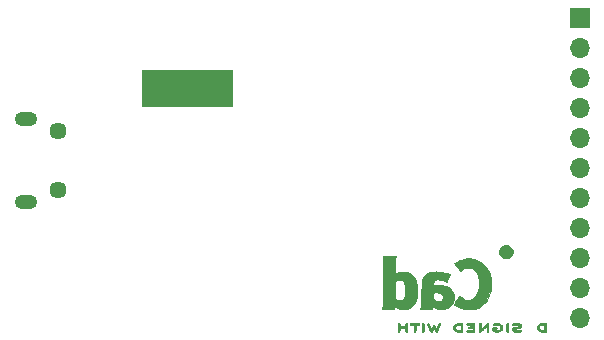
<source format=gbr>
%TF.GenerationSoftware,KiCad,Pcbnew,(5.1.8)-1*%
%TF.CreationDate,2020-12-04T21:04:29+03:00*%
%TF.ProjectId,InterfaceG850,496e7465-7266-4616-9365-473835302e6b,rev?*%
%TF.SameCoordinates,Original*%
%TF.FileFunction,Soldermask,Bot*%
%TF.FilePolarity,Negative*%
%FSLAX46Y46*%
G04 Gerber Fmt 4.6, Leading zero omitted, Abs format (unit mm)*
G04 Created by KiCad (PCBNEW (5.1.8)-1) date 2020-12-04 21:04:29*
%MOMM*%
%LPD*%
G01*
G04 APERTURE LIST*
%ADD10C,0.100000*%
%ADD11C,0.010000*%
%ADD12O,1.700000X1.700000*%
%ADD13R,1.700000X1.700000*%
%ADD14O,1.900000X1.200000*%
%ADD15C,1.450000*%
G04 APERTURE END LIST*
D10*
G36*
X122930920Y-70993000D02*
G01*
X115310920Y-70993000D01*
X115310920Y-67945000D01*
X122930920Y-67945000D01*
X122930920Y-70993000D01*
G37*
X122930920Y-70993000D02*
X115310920Y-70993000D01*
X115310920Y-67945000D01*
X122930920Y-67945000D01*
X122930920Y-70993000D01*
D11*
%TO.C,REF\u002A\u002A*%
G36*
X149360583Y-89360258D02*
G01*
X149321101Y-89360659D01*
X149205412Y-89363451D01*
X149108523Y-89371742D01*
X149027131Y-89386424D01*
X148957935Y-89408385D01*
X148897632Y-89438514D01*
X148842920Y-89477702D01*
X148823379Y-89494724D01*
X148790962Y-89534555D01*
X148761732Y-89588605D01*
X148739203Y-89648515D01*
X148726891Y-89705931D01*
X148725612Y-89727148D01*
X148733629Y-89785961D01*
X148755111Y-89850205D01*
X148786211Y-89911013D01*
X148823078Y-89959522D01*
X148829066Y-89965374D01*
X148879791Y-90006513D01*
X148935337Y-90038627D01*
X148998908Y-90062557D01*
X149073706Y-90079145D01*
X149162934Y-90089233D01*
X149269794Y-90093661D01*
X149318740Y-90094037D01*
X149380974Y-90093737D01*
X149424740Y-90092484D01*
X149454143Y-90089746D01*
X149473291Y-90084993D01*
X149486289Y-90077693D01*
X149493257Y-90071459D01*
X149499838Y-90063886D01*
X149505000Y-90054116D01*
X149508915Y-90039532D01*
X149511755Y-90017518D01*
X149513692Y-89985456D01*
X149514896Y-89940728D01*
X149515540Y-89880718D01*
X149515795Y-89802809D01*
X149515834Y-89727148D01*
X149516082Y-89626233D01*
X149516029Y-89545619D01*
X149515069Y-89507014D01*
X149369079Y-89507014D01*
X149369079Y-89947281D01*
X149275946Y-89947196D01*
X149219905Y-89945588D01*
X149161211Y-89941448D01*
X149112240Y-89935656D01*
X149110750Y-89935418D01*
X149031604Y-89916282D01*
X148970214Y-89886479D01*
X148923517Y-89844070D01*
X148893847Y-89798153D01*
X148875565Y-89747218D01*
X148876983Y-89699392D01*
X148898200Y-89648125D01*
X148939701Y-89595091D01*
X148997210Y-89555792D01*
X149071962Y-89529523D01*
X149121920Y-89520227D01*
X149178628Y-89513699D01*
X149238731Y-89508974D01*
X149289851Y-89507009D01*
X149292879Y-89507000D01*
X149369079Y-89507014D01*
X149515069Y-89507014D01*
X149514472Y-89483043D01*
X149510210Y-89436247D01*
X149502042Y-89402970D01*
X149488768Y-89380951D01*
X149469186Y-89367931D01*
X149442095Y-89361649D01*
X149406294Y-89359845D01*
X149360583Y-89360258D01*
G37*
X149360583Y-89360258D02*
X149321101Y-89360659D01*
X149205412Y-89363451D01*
X149108523Y-89371742D01*
X149027131Y-89386424D01*
X148957935Y-89408385D01*
X148897632Y-89438514D01*
X148842920Y-89477702D01*
X148823379Y-89494724D01*
X148790962Y-89534555D01*
X148761732Y-89588605D01*
X148739203Y-89648515D01*
X148726891Y-89705931D01*
X148725612Y-89727148D01*
X148733629Y-89785961D01*
X148755111Y-89850205D01*
X148786211Y-89911013D01*
X148823078Y-89959522D01*
X148829066Y-89965374D01*
X148879791Y-90006513D01*
X148935337Y-90038627D01*
X148998908Y-90062557D01*
X149073706Y-90079145D01*
X149162934Y-90089233D01*
X149269794Y-90093661D01*
X149318740Y-90094037D01*
X149380974Y-90093737D01*
X149424740Y-90092484D01*
X149454143Y-90089746D01*
X149473291Y-90084993D01*
X149486289Y-90077693D01*
X149493257Y-90071459D01*
X149499838Y-90063886D01*
X149505000Y-90054116D01*
X149508915Y-90039532D01*
X149511755Y-90017518D01*
X149513692Y-89985456D01*
X149514896Y-89940728D01*
X149515540Y-89880718D01*
X149515795Y-89802809D01*
X149515834Y-89727148D01*
X149516082Y-89626233D01*
X149516029Y-89545619D01*
X149515069Y-89507014D01*
X149369079Y-89507014D01*
X149369079Y-89947281D01*
X149275946Y-89947196D01*
X149219905Y-89945588D01*
X149161211Y-89941448D01*
X149112240Y-89935656D01*
X149110750Y-89935418D01*
X149031604Y-89916282D01*
X148970214Y-89886479D01*
X148923517Y-89844070D01*
X148893847Y-89798153D01*
X148875565Y-89747218D01*
X148876983Y-89699392D01*
X148898200Y-89648125D01*
X148939701Y-89595091D01*
X148997210Y-89555792D01*
X149071962Y-89529523D01*
X149121920Y-89520227D01*
X149178628Y-89513699D01*
X149238731Y-89508974D01*
X149289851Y-89507009D01*
X149292879Y-89507000D01*
X149369079Y-89507014D01*
X149515069Y-89507014D01*
X149514472Y-89483043D01*
X149510210Y-89436247D01*
X149502042Y-89402970D01*
X149488768Y-89380951D01*
X149469186Y-89367931D01*
X149442095Y-89361649D01*
X149406294Y-89359845D01*
X149360583Y-89360258D01*
G36*
X146930915Y-89361543D02*
G01*
X146856100Y-89366773D01*
X146786518Y-89374942D01*
X146726214Y-89385742D01*
X146679232Y-89398865D01*
X146649618Y-89414005D01*
X146645072Y-89418461D01*
X146629266Y-89453042D01*
X146634059Y-89488543D01*
X146658576Y-89518917D01*
X146659746Y-89519788D01*
X146674166Y-89529146D01*
X146689220Y-89534068D01*
X146710217Y-89534665D01*
X146742469Y-89531053D01*
X146791285Y-89523346D01*
X146795212Y-89522697D01*
X146867951Y-89513761D01*
X146946429Y-89509353D01*
X147025139Y-89509311D01*
X147098573Y-89513471D01*
X147161223Y-89521671D01*
X147207582Y-89533749D01*
X147210628Y-89534963D01*
X147244260Y-89553807D01*
X147256076Y-89572877D01*
X147246826Y-89591631D01*
X147217259Y-89609529D01*
X147168123Y-89626029D01*
X147100169Y-89640588D01*
X147054857Y-89647598D01*
X146960668Y-89661081D01*
X146885756Y-89673406D01*
X146826929Y-89685641D01*
X146780997Y-89698853D01*
X146744767Y-89714109D01*
X146715050Y-89732477D01*
X146688654Y-89755023D01*
X146667442Y-89777163D01*
X146642277Y-89808011D01*
X146629893Y-89834537D01*
X146626020Y-89867218D01*
X146625879Y-89879187D01*
X146628788Y-89918904D01*
X146640414Y-89948451D01*
X146660535Y-89974678D01*
X146701428Y-90014768D01*
X146747029Y-90045341D01*
X146800725Y-90067395D01*
X146865904Y-90081927D01*
X146945956Y-90089933D01*
X147044269Y-90092410D01*
X147060501Y-90092369D01*
X147126061Y-90091010D01*
X147191078Y-90087922D01*
X147248464Y-90083548D01*
X147291134Y-90078332D01*
X147294584Y-90077733D01*
X147337008Y-90067683D01*
X147372992Y-90054988D01*
X147393362Y-90043382D01*
X147412319Y-90012764D01*
X147413639Y-89977110D01*
X147397297Y-89945336D01*
X147393641Y-89941743D01*
X147378527Y-89931068D01*
X147359627Y-89926468D01*
X147330374Y-89927251D01*
X147294863Y-89931319D01*
X147255182Y-89934954D01*
X147199557Y-89938020D01*
X147134618Y-89940245D01*
X147066997Y-89941356D01*
X147049212Y-89941429D01*
X146981340Y-89941156D01*
X146931666Y-89939838D01*
X146895822Y-89937019D01*
X146869436Y-89932242D01*
X146848138Y-89925049D01*
X146835338Y-89919059D01*
X146807212Y-89902425D01*
X146789280Y-89887360D01*
X146786659Y-89883089D01*
X146792188Y-89865455D01*
X146818472Y-89848384D01*
X146863690Y-89832650D01*
X146926020Y-89819030D01*
X146944383Y-89815996D01*
X147040302Y-89800930D01*
X147116853Y-89788338D01*
X147176992Y-89777303D01*
X147223672Y-89766912D01*
X147259849Y-89756248D01*
X147288477Y-89744397D01*
X147312510Y-89730443D01*
X147334904Y-89713473D01*
X147358614Y-89692570D01*
X147366592Y-89685241D01*
X147394565Y-89657891D01*
X147409372Y-89636221D01*
X147415164Y-89611424D01*
X147416101Y-89580175D01*
X147405787Y-89518897D01*
X147374964Y-89466832D01*
X147323807Y-89424150D01*
X147252495Y-89391017D01*
X147201612Y-89376156D01*
X147146312Y-89366558D01*
X147080065Y-89361128D01*
X147006918Y-89359559D01*
X146930915Y-89361543D01*
G37*
X146930915Y-89361543D02*
X146856100Y-89366773D01*
X146786518Y-89374942D01*
X146726214Y-89385742D01*
X146679232Y-89398865D01*
X146649618Y-89414005D01*
X146645072Y-89418461D01*
X146629266Y-89453042D01*
X146634059Y-89488543D01*
X146658576Y-89518917D01*
X146659746Y-89519788D01*
X146674166Y-89529146D01*
X146689220Y-89534068D01*
X146710217Y-89534665D01*
X146742469Y-89531053D01*
X146791285Y-89523346D01*
X146795212Y-89522697D01*
X146867951Y-89513761D01*
X146946429Y-89509353D01*
X147025139Y-89509311D01*
X147098573Y-89513471D01*
X147161223Y-89521671D01*
X147207582Y-89533749D01*
X147210628Y-89534963D01*
X147244260Y-89553807D01*
X147256076Y-89572877D01*
X147246826Y-89591631D01*
X147217259Y-89609529D01*
X147168123Y-89626029D01*
X147100169Y-89640588D01*
X147054857Y-89647598D01*
X146960668Y-89661081D01*
X146885756Y-89673406D01*
X146826929Y-89685641D01*
X146780997Y-89698853D01*
X146744767Y-89714109D01*
X146715050Y-89732477D01*
X146688654Y-89755023D01*
X146667442Y-89777163D01*
X146642277Y-89808011D01*
X146629893Y-89834537D01*
X146626020Y-89867218D01*
X146625879Y-89879187D01*
X146628788Y-89918904D01*
X146640414Y-89948451D01*
X146660535Y-89974678D01*
X146701428Y-90014768D01*
X146747029Y-90045341D01*
X146800725Y-90067395D01*
X146865904Y-90081927D01*
X146945956Y-90089933D01*
X147044269Y-90092410D01*
X147060501Y-90092369D01*
X147126061Y-90091010D01*
X147191078Y-90087922D01*
X147248464Y-90083548D01*
X147291134Y-90078332D01*
X147294584Y-90077733D01*
X147337008Y-90067683D01*
X147372992Y-90054988D01*
X147393362Y-90043382D01*
X147412319Y-90012764D01*
X147413639Y-89977110D01*
X147397297Y-89945336D01*
X147393641Y-89941743D01*
X147378527Y-89931068D01*
X147359627Y-89926468D01*
X147330374Y-89927251D01*
X147294863Y-89931319D01*
X147255182Y-89934954D01*
X147199557Y-89938020D01*
X147134618Y-89940245D01*
X147066997Y-89941356D01*
X147049212Y-89941429D01*
X146981340Y-89941156D01*
X146931666Y-89939838D01*
X146895822Y-89937019D01*
X146869436Y-89932242D01*
X146848138Y-89925049D01*
X146835338Y-89919059D01*
X146807212Y-89902425D01*
X146789280Y-89887360D01*
X146786659Y-89883089D01*
X146792188Y-89865455D01*
X146818472Y-89848384D01*
X146863690Y-89832650D01*
X146926020Y-89819030D01*
X146944383Y-89815996D01*
X147040302Y-89800930D01*
X147116853Y-89788338D01*
X147176992Y-89777303D01*
X147223672Y-89766912D01*
X147259849Y-89756248D01*
X147288477Y-89744397D01*
X147312510Y-89730443D01*
X147334904Y-89713473D01*
X147358614Y-89692570D01*
X147366592Y-89685241D01*
X147394565Y-89657891D01*
X147409372Y-89636221D01*
X147415164Y-89611424D01*
X147416101Y-89580175D01*
X147405787Y-89518897D01*
X147374964Y-89466832D01*
X147323807Y-89424150D01*
X147252495Y-89391017D01*
X147201612Y-89376156D01*
X147146312Y-89366558D01*
X147080065Y-89361128D01*
X147006918Y-89359559D01*
X146930915Y-89361543D01*
G36*
X146163034Y-89382837D02*
G01*
X146156454Y-89390410D01*
X146151291Y-89400179D01*
X146147376Y-89414763D01*
X146144536Y-89436777D01*
X146142599Y-89468840D01*
X146141395Y-89513567D01*
X146140751Y-89573577D01*
X146140496Y-89651486D01*
X146140457Y-89727148D01*
X146140526Y-89820994D01*
X146140850Y-89894881D01*
X146141598Y-89951424D01*
X146142944Y-89993241D01*
X146145058Y-90022949D01*
X146148112Y-90043165D01*
X146152278Y-90056506D01*
X146157728Y-90065590D01*
X146163034Y-90071459D01*
X146196038Y-90091139D01*
X146231203Y-90089373D01*
X146262667Y-90067909D01*
X146269896Y-90059529D01*
X146275546Y-90049806D01*
X146279811Y-90036053D01*
X146282885Y-90015581D01*
X146284964Y-89985704D01*
X146286242Y-89943733D01*
X146286913Y-89886981D01*
X146287171Y-89812759D01*
X146287212Y-89728729D01*
X146287212Y-89415677D01*
X146259503Y-89387968D01*
X146225349Y-89364655D01*
X146192218Y-89363815D01*
X146163034Y-89382837D01*
G37*
X146163034Y-89382837D02*
X146156454Y-89390410D01*
X146151291Y-89400179D01*
X146147376Y-89414763D01*
X146144536Y-89436777D01*
X146142599Y-89468840D01*
X146141395Y-89513567D01*
X146140751Y-89573577D01*
X146140496Y-89651486D01*
X146140457Y-89727148D01*
X146140526Y-89820994D01*
X146140850Y-89894881D01*
X146141598Y-89951424D01*
X146142944Y-89993241D01*
X146145058Y-90022949D01*
X146148112Y-90043165D01*
X146152278Y-90056506D01*
X146157728Y-90065590D01*
X146163034Y-90071459D01*
X146196038Y-90091139D01*
X146231203Y-90089373D01*
X146262667Y-90067909D01*
X146269896Y-90059529D01*
X146275546Y-90049806D01*
X146279811Y-90036053D01*
X146282885Y-90015581D01*
X146284964Y-89985704D01*
X146286242Y-89943733D01*
X146286913Y-89886981D01*
X146287171Y-89812759D01*
X146287212Y-89728729D01*
X146287212Y-89415677D01*
X146259503Y-89387968D01*
X146225349Y-89364655D01*
X146192218Y-89363815D01*
X146163034Y-89382837D01*
G36*
X145189293Y-89365791D02*
G01*
X145120777Y-89377287D01*
X145068155Y-89395159D01*
X145033920Y-89418691D01*
X145024591Y-89432116D01*
X145015105Y-89463340D01*
X145021489Y-89491587D01*
X145041642Y-89518374D01*
X145072957Y-89530905D01*
X145118395Y-89529888D01*
X145153538Y-89523098D01*
X145231631Y-89510163D01*
X145311438Y-89508934D01*
X145400767Y-89519433D01*
X145425441Y-89523882D01*
X145508503Y-89547300D01*
X145573485Y-89582137D01*
X145619673Y-89627796D01*
X145646357Y-89683686D01*
X145651875Y-89712580D01*
X145648263Y-89771204D01*
X145624941Y-89823071D01*
X145584036Y-89867170D01*
X145527671Y-89902491D01*
X145457972Y-89928021D01*
X145377064Y-89942751D01*
X145287072Y-89945670D01*
X145190122Y-89935767D01*
X145184648Y-89934833D01*
X145146087Y-89927651D01*
X145124706Y-89920713D01*
X145115439Y-89910419D01*
X145113218Y-89893168D01*
X145113168Y-89884033D01*
X145113168Y-89845681D01*
X145181643Y-89845681D01*
X145242112Y-89841539D01*
X145283377Y-89828339D01*
X145307387Y-89804922D01*
X145316089Y-89770128D01*
X145316195Y-89765586D01*
X145311104Y-89735846D01*
X145293645Y-89714611D01*
X145261151Y-89700558D01*
X145210955Y-89692365D01*
X145162335Y-89689353D01*
X145091668Y-89687625D01*
X145040410Y-89690262D01*
X145005451Y-89699992D01*
X144983682Y-89719545D01*
X144971992Y-89751648D01*
X144967272Y-89799030D01*
X144966412Y-89861263D01*
X144967821Y-89930727D01*
X144972060Y-89977978D01*
X144979148Y-90003204D01*
X144980523Y-90005180D01*
X145019440Y-90036700D01*
X145076498Y-90061662D01*
X145148081Y-90079532D01*
X145230570Y-90089778D01*
X145320351Y-90091865D01*
X145413804Y-90085260D01*
X145468768Y-90077148D01*
X145554978Y-90052746D01*
X145635104Y-90012854D01*
X145702189Y-89961079D01*
X145712385Y-89950731D01*
X145745514Y-89907227D01*
X145775406Y-89853310D01*
X145798569Y-89796784D01*
X145811510Y-89745451D01*
X145813070Y-89725736D01*
X145806430Y-89684611D01*
X145788780Y-89633444D01*
X145763509Y-89579586D01*
X145734001Y-89530387D01*
X145707931Y-89497526D01*
X145646977Y-89448644D01*
X145568181Y-89409737D01*
X145474369Y-89381686D01*
X145368362Y-89365371D01*
X145271212Y-89361384D01*
X145189293Y-89365791D01*
G37*
X145189293Y-89365791D02*
X145120777Y-89377287D01*
X145068155Y-89395159D01*
X145033920Y-89418691D01*
X145024591Y-89432116D01*
X145015105Y-89463340D01*
X145021489Y-89491587D01*
X145041642Y-89518374D01*
X145072957Y-89530905D01*
X145118395Y-89529888D01*
X145153538Y-89523098D01*
X145231631Y-89510163D01*
X145311438Y-89508934D01*
X145400767Y-89519433D01*
X145425441Y-89523882D01*
X145508503Y-89547300D01*
X145573485Y-89582137D01*
X145619673Y-89627796D01*
X145646357Y-89683686D01*
X145651875Y-89712580D01*
X145648263Y-89771204D01*
X145624941Y-89823071D01*
X145584036Y-89867170D01*
X145527671Y-89902491D01*
X145457972Y-89928021D01*
X145377064Y-89942751D01*
X145287072Y-89945670D01*
X145190122Y-89935767D01*
X145184648Y-89934833D01*
X145146087Y-89927651D01*
X145124706Y-89920713D01*
X145115439Y-89910419D01*
X145113218Y-89893168D01*
X145113168Y-89884033D01*
X145113168Y-89845681D01*
X145181643Y-89845681D01*
X145242112Y-89841539D01*
X145283377Y-89828339D01*
X145307387Y-89804922D01*
X145316089Y-89770128D01*
X145316195Y-89765586D01*
X145311104Y-89735846D01*
X145293645Y-89714611D01*
X145261151Y-89700558D01*
X145210955Y-89692365D01*
X145162335Y-89689353D01*
X145091668Y-89687625D01*
X145040410Y-89690262D01*
X145005451Y-89699992D01*
X144983682Y-89719545D01*
X144971992Y-89751648D01*
X144967272Y-89799030D01*
X144966412Y-89861263D01*
X144967821Y-89930727D01*
X144972060Y-89977978D01*
X144979148Y-90003204D01*
X144980523Y-90005180D01*
X145019440Y-90036700D01*
X145076498Y-90061662D01*
X145148081Y-90079532D01*
X145230570Y-90089778D01*
X145320351Y-90091865D01*
X145413804Y-90085260D01*
X145468768Y-90077148D01*
X145554978Y-90052746D01*
X145635104Y-90012854D01*
X145702189Y-89961079D01*
X145712385Y-89950731D01*
X145745514Y-89907227D01*
X145775406Y-89853310D01*
X145798569Y-89796784D01*
X145811510Y-89745451D01*
X145813070Y-89725736D01*
X145806430Y-89684611D01*
X145788780Y-89633444D01*
X145763509Y-89579586D01*
X145734001Y-89530387D01*
X145707931Y-89497526D01*
X145646977Y-89448644D01*
X145568181Y-89409737D01*
X145474369Y-89381686D01*
X145368362Y-89365371D01*
X145271212Y-89361384D01*
X145189293Y-89365791D01*
G36*
X144539326Y-89364640D02*
G01*
X144515760Y-89378465D01*
X144484947Y-89401073D01*
X144445290Y-89433530D01*
X144395192Y-89476900D01*
X144333055Y-89532250D01*
X144257284Y-89600643D01*
X144170546Y-89679276D01*
X143989923Y-89843070D01*
X143984279Y-89623221D01*
X143982241Y-89547543D01*
X143980275Y-89491186D01*
X143977946Y-89450898D01*
X143974818Y-89423427D01*
X143970457Y-89405521D01*
X143964428Y-89393929D01*
X143956296Y-89385400D01*
X143951984Y-89381815D01*
X143917453Y-89362862D01*
X143884595Y-89365633D01*
X143858530Y-89381825D01*
X143831879Y-89403391D01*
X143828564Y-89718343D01*
X143827647Y-89810971D01*
X143827180Y-89883736D01*
X143827325Y-89939353D01*
X143828244Y-89980534D01*
X143830099Y-90009995D01*
X143833051Y-90030447D01*
X143837262Y-90044605D01*
X143842894Y-90055183D01*
X143849139Y-90063666D01*
X143862651Y-90079399D01*
X143876095Y-90089828D01*
X143891336Y-90093831D01*
X143910238Y-90090286D01*
X143934667Y-90078071D01*
X143966485Y-90056063D01*
X144007560Y-90023141D01*
X144059754Y-89978183D01*
X144124934Y-89920067D01*
X144198768Y-89853291D01*
X144464057Y-89612650D01*
X144469701Y-89831781D01*
X144471743Y-89907320D01*
X144473714Y-89963546D01*
X144476051Y-90003716D01*
X144479193Y-90031088D01*
X144483576Y-90048920D01*
X144489636Y-90060471D01*
X144497812Y-90068999D01*
X144501996Y-90072474D01*
X144538977Y-90091564D01*
X144573920Y-90088685D01*
X144604348Y-90064292D01*
X144611309Y-90054478D01*
X144616735Y-90043018D01*
X144620815Y-90027160D01*
X144623741Y-90004155D01*
X144625704Y-89971254D01*
X144626895Y-89925708D01*
X144627504Y-89864765D01*
X144627723Y-89785678D01*
X144627746Y-89727148D01*
X144627672Y-89635599D01*
X144627325Y-89563879D01*
X144626513Y-89509237D01*
X144625045Y-89468924D01*
X144622731Y-89440190D01*
X144619379Y-89420285D01*
X144614800Y-89406460D01*
X144608801Y-89395964D01*
X144604348Y-89390003D01*
X144593062Y-89375883D01*
X144582513Y-89365221D01*
X144571105Y-89359084D01*
X144557242Y-89358535D01*
X144539326Y-89364640D01*
G37*
X144539326Y-89364640D02*
X144515760Y-89378465D01*
X144484947Y-89401073D01*
X144445290Y-89433530D01*
X144395192Y-89476900D01*
X144333055Y-89532250D01*
X144257284Y-89600643D01*
X144170546Y-89679276D01*
X143989923Y-89843070D01*
X143984279Y-89623221D01*
X143982241Y-89547543D01*
X143980275Y-89491186D01*
X143977946Y-89450898D01*
X143974818Y-89423427D01*
X143970457Y-89405521D01*
X143964428Y-89393929D01*
X143956296Y-89385400D01*
X143951984Y-89381815D01*
X143917453Y-89362862D01*
X143884595Y-89365633D01*
X143858530Y-89381825D01*
X143831879Y-89403391D01*
X143828564Y-89718343D01*
X143827647Y-89810971D01*
X143827180Y-89883736D01*
X143827325Y-89939353D01*
X143828244Y-89980534D01*
X143830099Y-90009995D01*
X143833051Y-90030447D01*
X143837262Y-90044605D01*
X143842894Y-90055183D01*
X143849139Y-90063666D01*
X143862651Y-90079399D01*
X143876095Y-90089828D01*
X143891336Y-90093831D01*
X143910238Y-90090286D01*
X143934667Y-90078071D01*
X143966485Y-90056063D01*
X144007560Y-90023141D01*
X144059754Y-89978183D01*
X144124934Y-89920067D01*
X144198768Y-89853291D01*
X144464057Y-89612650D01*
X144469701Y-89831781D01*
X144471743Y-89907320D01*
X144473714Y-89963546D01*
X144476051Y-90003716D01*
X144479193Y-90031088D01*
X144483576Y-90048920D01*
X144489636Y-90060471D01*
X144497812Y-90068999D01*
X144501996Y-90072474D01*
X144538977Y-90091564D01*
X144573920Y-90088685D01*
X144604348Y-90064292D01*
X144611309Y-90054478D01*
X144616735Y-90043018D01*
X144620815Y-90027160D01*
X144623741Y-90004155D01*
X144625704Y-89971254D01*
X144626895Y-89925708D01*
X144627504Y-89864765D01*
X144627723Y-89785678D01*
X144627746Y-89727148D01*
X144627672Y-89635599D01*
X144627325Y-89563879D01*
X144626513Y-89509237D01*
X144625045Y-89468924D01*
X144622731Y-89440190D01*
X144619379Y-89420285D01*
X144614800Y-89406460D01*
X144608801Y-89395964D01*
X144604348Y-89390003D01*
X144593062Y-89375883D01*
X144582513Y-89365221D01*
X144571105Y-89359084D01*
X144557242Y-89358535D01*
X144539326Y-89364640D01*
G36*
X143008869Y-89360452D02*
G01*
X142932511Y-89361366D01*
X142873995Y-89363503D01*
X142830957Y-89367367D01*
X142801029Y-89373459D01*
X142781844Y-89382282D01*
X142771036Y-89394338D01*
X142766239Y-89410131D01*
X142765085Y-89430162D01*
X142765079Y-89432527D01*
X142766081Y-89455184D01*
X142770816Y-89472695D01*
X142781879Y-89485766D01*
X142801864Y-89495105D01*
X142833366Y-89501419D01*
X142878980Y-89505414D01*
X142941299Y-89507798D01*
X143022919Y-89509278D01*
X143047935Y-89509606D01*
X143290012Y-89512659D01*
X143293398Y-89577570D01*
X143296783Y-89642481D01*
X143128636Y-89642481D01*
X143062946Y-89642723D01*
X143016040Y-89643748D01*
X142984129Y-89646003D01*
X142963421Y-89649934D01*
X142950128Y-89655990D01*
X142940457Y-89664616D01*
X142940395Y-89664685D01*
X142922856Y-89698304D01*
X142923490Y-89734640D01*
X142941898Y-89765615D01*
X142945541Y-89768799D01*
X142958471Y-89777004D01*
X142976188Y-89782713D01*
X143002642Y-89786354D01*
X143041780Y-89788359D01*
X143097550Y-89789156D01*
X143133218Y-89789237D01*
X143295657Y-89789237D01*
X143295657Y-89947281D01*
X143049051Y-89947281D01*
X142967632Y-89947423D01*
X142905802Y-89948006D01*
X142860575Y-89949260D01*
X142828964Y-89951419D01*
X142807981Y-89954715D01*
X142794639Y-89959381D01*
X142785951Y-89965649D01*
X142783762Y-89967925D01*
X142767598Y-89999472D01*
X142766415Y-90035360D01*
X142779676Y-90066477D01*
X142790169Y-90076463D01*
X142801083Y-90081961D01*
X142817995Y-90086214D01*
X142843579Y-90089372D01*
X142880511Y-90091584D01*
X142931466Y-90092998D01*
X142999118Y-90093764D01*
X143086143Y-90094030D01*
X143105818Y-90094037D01*
X143194301Y-90093979D01*
X143262985Y-90093659D01*
X143314648Y-90092859D01*
X143352067Y-90091359D01*
X143378022Y-90088941D01*
X143395290Y-90085386D01*
X143406650Y-90080474D01*
X143414880Y-90073987D01*
X143419395Y-90069330D01*
X143426191Y-90061081D01*
X143431500Y-90050861D01*
X143435506Y-90035992D01*
X143438391Y-90013794D01*
X143440338Y-89981585D01*
X143441531Y-89936688D01*
X143442151Y-89876420D01*
X143442383Y-89798103D01*
X143442412Y-89732186D01*
X143442341Y-89639820D01*
X143442004Y-89567309D01*
X143441214Y-89511929D01*
X143439786Y-89470957D01*
X143437533Y-89441670D01*
X143434269Y-89421345D01*
X143429808Y-89407258D01*
X143423964Y-89396687D01*
X143419015Y-89390003D01*
X143395618Y-89360259D01*
X143105438Y-89360259D01*
X143008869Y-89360452D01*
G37*
X143008869Y-89360452D02*
X142932511Y-89361366D01*
X142873995Y-89363503D01*
X142830957Y-89367367D01*
X142801029Y-89373459D01*
X142781844Y-89382282D01*
X142771036Y-89394338D01*
X142766239Y-89410131D01*
X142765085Y-89430162D01*
X142765079Y-89432527D01*
X142766081Y-89455184D01*
X142770816Y-89472695D01*
X142781879Y-89485766D01*
X142801864Y-89495105D01*
X142833366Y-89501419D01*
X142878980Y-89505414D01*
X142941299Y-89507798D01*
X143022919Y-89509278D01*
X143047935Y-89509606D01*
X143290012Y-89512659D01*
X143293398Y-89577570D01*
X143296783Y-89642481D01*
X143128636Y-89642481D01*
X143062946Y-89642723D01*
X143016040Y-89643748D01*
X142984129Y-89646003D01*
X142963421Y-89649934D01*
X142950128Y-89655990D01*
X142940457Y-89664616D01*
X142940395Y-89664685D01*
X142922856Y-89698304D01*
X142923490Y-89734640D01*
X142941898Y-89765615D01*
X142945541Y-89768799D01*
X142958471Y-89777004D01*
X142976188Y-89782713D01*
X143002642Y-89786354D01*
X143041780Y-89788359D01*
X143097550Y-89789156D01*
X143133218Y-89789237D01*
X143295657Y-89789237D01*
X143295657Y-89947281D01*
X143049051Y-89947281D01*
X142967632Y-89947423D01*
X142905802Y-89948006D01*
X142860575Y-89949260D01*
X142828964Y-89951419D01*
X142807981Y-89954715D01*
X142794639Y-89959381D01*
X142785951Y-89965649D01*
X142783762Y-89967925D01*
X142767598Y-89999472D01*
X142766415Y-90035360D01*
X142779676Y-90066477D01*
X142790169Y-90076463D01*
X142801083Y-90081961D01*
X142817995Y-90086214D01*
X142843579Y-90089372D01*
X142880511Y-90091584D01*
X142931466Y-90092998D01*
X142999118Y-90093764D01*
X143086143Y-90094030D01*
X143105818Y-90094037D01*
X143194301Y-90093979D01*
X143262985Y-90093659D01*
X143314648Y-90092859D01*
X143352067Y-90091359D01*
X143378022Y-90088941D01*
X143395290Y-90085386D01*
X143406650Y-90080474D01*
X143414880Y-90073987D01*
X143419395Y-90069330D01*
X143426191Y-90061081D01*
X143431500Y-90050861D01*
X143435506Y-90035992D01*
X143438391Y-90013794D01*
X143440338Y-89981585D01*
X143441531Y-89936688D01*
X143442151Y-89876420D01*
X143442383Y-89798103D01*
X143442412Y-89732186D01*
X143442341Y-89639820D01*
X143442004Y-89567309D01*
X143441214Y-89511929D01*
X143439786Y-89470957D01*
X143437533Y-89441670D01*
X143434269Y-89421345D01*
X143429808Y-89407258D01*
X143423964Y-89396687D01*
X143419015Y-89390003D01*
X143395618Y-89360259D01*
X143105438Y-89360259D01*
X143008869Y-89360452D01*
G36*
X142220903Y-89360467D02*
G01*
X142091924Y-89364828D01*
X141982221Y-89378053D01*
X141889986Y-89400933D01*
X141813410Y-89434262D01*
X141750685Y-89478830D01*
X141700000Y-89535428D01*
X141659549Y-89604850D01*
X141658753Y-89606543D01*
X141634611Y-89668675D01*
X141626009Y-89723701D01*
X141632981Y-89779079D01*
X141655558Y-89842265D01*
X141659840Y-89851881D01*
X141689040Y-89908158D01*
X141721856Y-89951643D01*
X141764210Y-89988609D01*
X141822022Y-90025327D01*
X141825381Y-90027244D01*
X141875708Y-90051419D01*
X141932591Y-90069474D01*
X141999685Y-90082031D01*
X142080647Y-90089714D01*
X142179130Y-90093145D01*
X142213926Y-90093443D01*
X142379618Y-90094037D01*
X142403015Y-90064292D01*
X142409955Y-90054511D01*
X142415370Y-90043089D01*
X142419447Y-90027287D01*
X142422375Y-90004367D01*
X142424345Y-89971588D01*
X142424987Y-89947281D01*
X142268368Y-89947281D01*
X142174486Y-89947281D01*
X142119548Y-89945675D01*
X142063152Y-89941447D01*
X142016867Y-89935484D01*
X142014073Y-89934982D01*
X141931864Y-89912928D01*
X141868098Y-89879792D01*
X141820760Y-89834039D01*
X141787830Y-89774131D01*
X141782104Y-89758253D01*
X141776491Y-89733525D01*
X141778921Y-89709094D01*
X141790745Y-89676592D01*
X141797872Y-89660626D01*
X141821212Y-89618198D01*
X141849332Y-89588432D01*
X141880272Y-89567703D01*
X141942246Y-89540729D01*
X142021561Y-89521190D01*
X142113959Y-89509938D01*
X142180879Y-89507462D01*
X142268368Y-89507014D01*
X142268368Y-89947281D01*
X142424987Y-89947281D01*
X142425544Y-89926213D01*
X142426162Y-89865503D01*
X142426387Y-89786718D01*
X142426412Y-89725112D01*
X142426412Y-89415677D01*
X142398703Y-89387968D01*
X142386406Y-89376736D01*
X142373109Y-89369045D01*
X142354540Y-89364232D01*
X142326426Y-89361638D01*
X142284495Y-89360602D01*
X142224475Y-89360462D01*
X142220903Y-89360467D01*
G37*
X142220903Y-89360467D02*
X142091924Y-89364828D01*
X141982221Y-89378053D01*
X141889986Y-89400933D01*
X141813410Y-89434262D01*
X141750685Y-89478830D01*
X141700000Y-89535428D01*
X141659549Y-89604850D01*
X141658753Y-89606543D01*
X141634611Y-89668675D01*
X141626009Y-89723701D01*
X141632981Y-89779079D01*
X141655558Y-89842265D01*
X141659840Y-89851881D01*
X141689040Y-89908158D01*
X141721856Y-89951643D01*
X141764210Y-89988609D01*
X141822022Y-90025327D01*
X141825381Y-90027244D01*
X141875708Y-90051419D01*
X141932591Y-90069474D01*
X141999685Y-90082031D01*
X142080647Y-90089714D01*
X142179130Y-90093145D01*
X142213926Y-90093443D01*
X142379618Y-90094037D01*
X142403015Y-90064292D01*
X142409955Y-90054511D01*
X142415370Y-90043089D01*
X142419447Y-90027287D01*
X142422375Y-90004367D01*
X142424345Y-89971588D01*
X142424987Y-89947281D01*
X142268368Y-89947281D01*
X142174486Y-89947281D01*
X142119548Y-89945675D01*
X142063152Y-89941447D01*
X142016867Y-89935484D01*
X142014073Y-89934982D01*
X141931864Y-89912928D01*
X141868098Y-89879792D01*
X141820760Y-89834039D01*
X141787830Y-89774131D01*
X141782104Y-89758253D01*
X141776491Y-89733525D01*
X141778921Y-89709094D01*
X141790745Y-89676592D01*
X141797872Y-89660626D01*
X141821212Y-89618198D01*
X141849332Y-89588432D01*
X141880272Y-89567703D01*
X141942246Y-89540729D01*
X142021561Y-89521190D01*
X142113959Y-89509938D01*
X142180879Y-89507462D01*
X142268368Y-89507014D01*
X142268368Y-89947281D01*
X142424987Y-89947281D01*
X142425544Y-89926213D01*
X142426162Y-89865503D01*
X142426387Y-89786718D01*
X142426412Y-89725112D01*
X142426412Y-89415677D01*
X142398703Y-89387968D01*
X142386406Y-89376736D01*
X142373109Y-89369045D01*
X142354540Y-89364232D01*
X142326426Y-89361638D01*
X142284495Y-89360602D01*
X142224475Y-89360462D01*
X142220903Y-89360467D01*
G36*
X139494547Y-89362226D02*
G01*
X139474957Y-89369227D01*
X139474202Y-89369569D01*
X139447599Y-89389870D01*
X139432942Y-89410753D01*
X139430074Y-89420544D01*
X139430216Y-89433553D01*
X139434251Y-89452087D01*
X139443066Y-89478449D01*
X139457543Y-89514944D01*
X139478567Y-89563879D01*
X139507024Y-89627557D01*
X139543797Y-89708285D01*
X139564037Y-89752408D01*
X139600587Y-89831177D01*
X139634897Y-89903615D01*
X139665660Y-89967072D01*
X139691564Y-90018900D01*
X139711302Y-90056451D01*
X139723562Y-90077076D01*
X139725988Y-90079925D01*
X139757029Y-90092494D01*
X139792091Y-90090811D01*
X139820212Y-90075524D01*
X139821358Y-90074281D01*
X139832544Y-90057346D01*
X139851308Y-90024362D01*
X139875337Y-89979572D01*
X139902315Y-89927224D01*
X139912011Y-89907934D01*
X139985198Y-89761342D01*
X140064972Y-89920585D01*
X140093445Y-89975607D01*
X140119862Y-90023324D01*
X140142064Y-90060085D01*
X140157893Y-90082236D01*
X140163258Y-90086933D01*
X140204955Y-90093294D01*
X140239363Y-90079925D01*
X140249484Y-90065638D01*
X140266998Y-90033884D01*
X140290477Y-89987789D01*
X140318492Y-89930477D01*
X140349613Y-89865072D01*
X140382413Y-89794699D01*
X140415462Y-89722483D01*
X140447331Y-89651547D01*
X140476593Y-89585017D01*
X140501817Y-89526018D01*
X140521576Y-89477673D01*
X140534440Y-89443107D01*
X140538981Y-89425445D01*
X140538935Y-89424805D01*
X140527886Y-89402580D01*
X140505802Y-89379945D01*
X140504502Y-89378960D01*
X140477359Y-89363617D01*
X140452254Y-89363766D01*
X140442844Y-89366658D01*
X140431378Y-89372910D01*
X140419202Y-89385206D01*
X140404855Y-89406100D01*
X140386876Y-89438141D01*
X140363805Y-89483880D01*
X140334182Y-89545869D01*
X140307467Y-89603090D01*
X140276732Y-89669418D01*
X140249191Y-89729066D01*
X140226274Y-89778917D01*
X140209414Y-89815856D01*
X140200039Y-89836765D01*
X140198672Y-89840037D01*
X140192523Y-89834689D01*
X140178390Y-89812301D01*
X140158155Y-89776138D01*
X140133697Y-89729469D01*
X140123964Y-89710214D01*
X140090995Y-89645196D01*
X140065569Y-89597846D01*
X140045600Y-89565411D01*
X140029002Y-89545138D01*
X140013688Y-89534274D01*
X139997572Y-89530067D01*
X139987069Y-89529592D01*
X139968542Y-89531234D01*
X139952308Y-89538023D01*
X139936177Y-89552758D01*
X139917961Y-89578236D01*
X139895473Y-89617253D01*
X139866523Y-89672606D01*
X139850550Y-89704095D01*
X139824642Y-89754279D01*
X139802045Y-89795896D01*
X139784754Y-89825434D01*
X139774762Y-89839381D01*
X139773403Y-89839962D01*
X139766951Y-89828985D01*
X139752504Y-89800482D01*
X139731509Y-89757436D01*
X139705415Y-89702830D01*
X139675666Y-89639646D01*
X139661032Y-89608263D01*
X139622962Y-89527270D01*
X139592307Y-89464948D01*
X139567475Y-89419263D01*
X139546875Y-89388181D01*
X139528914Y-89369670D01*
X139512002Y-89361696D01*
X139494547Y-89362226D01*
G37*
X139494547Y-89362226D02*
X139474957Y-89369227D01*
X139474202Y-89369569D01*
X139447599Y-89389870D01*
X139432942Y-89410753D01*
X139430074Y-89420544D01*
X139430216Y-89433553D01*
X139434251Y-89452087D01*
X139443066Y-89478449D01*
X139457543Y-89514944D01*
X139478567Y-89563879D01*
X139507024Y-89627557D01*
X139543797Y-89708285D01*
X139564037Y-89752408D01*
X139600587Y-89831177D01*
X139634897Y-89903615D01*
X139665660Y-89967072D01*
X139691564Y-90018900D01*
X139711302Y-90056451D01*
X139723562Y-90077076D01*
X139725988Y-90079925D01*
X139757029Y-90092494D01*
X139792091Y-90090811D01*
X139820212Y-90075524D01*
X139821358Y-90074281D01*
X139832544Y-90057346D01*
X139851308Y-90024362D01*
X139875337Y-89979572D01*
X139902315Y-89927224D01*
X139912011Y-89907934D01*
X139985198Y-89761342D01*
X140064972Y-89920585D01*
X140093445Y-89975607D01*
X140119862Y-90023324D01*
X140142064Y-90060085D01*
X140157893Y-90082236D01*
X140163258Y-90086933D01*
X140204955Y-90093294D01*
X140239363Y-90079925D01*
X140249484Y-90065638D01*
X140266998Y-90033884D01*
X140290477Y-89987789D01*
X140318492Y-89930477D01*
X140349613Y-89865072D01*
X140382413Y-89794699D01*
X140415462Y-89722483D01*
X140447331Y-89651547D01*
X140476593Y-89585017D01*
X140501817Y-89526018D01*
X140521576Y-89477673D01*
X140534440Y-89443107D01*
X140538981Y-89425445D01*
X140538935Y-89424805D01*
X140527886Y-89402580D01*
X140505802Y-89379945D01*
X140504502Y-89378960D01*
X140477359Y-89363617D01*
X140452254Y-89363766D01*
X140442844Y-89366658D01*
X140431378Y-89372910D01*
X140419202Y-89385206D01*
X140404855Y-89406100D01*
X140386876Y-89438141D01*
X140363805Y-89483880D01*
X140334182Y-89545869D01*
X140307467Y-89603090D01*
X140276732Y-89669418D01*
X140249191Y-89729066D01*
X140226274Y-89778917D01*
X140209414Y-89815856D01*
X140200039Y-89836765D01*
X140198672Y-89840037D01*
X140192523Y-89834689D01*
X140178390Y-89812301D01*
X140158155Y-89776138D01*
X140133697Y-89729469D01*
X140123964Y-89710214D01*
X140090995Y-89645196D01*
X140065569Y-89597846D01*
X140045600Y-89565411D01*
X140029002Y-89545138D01*
X140013688Y-89534274D01*
X139997572Y-89530067D01*
X139987069Y-89529592D01*
X139968542Y-89531234D01*
X139952308Y-89538023D01*
X139936177Y-89552758D01*
X139917961Y-89578236D01*
X139895473Y-89617253D01*
X139866523Y-89672606D01*
X139850550Y-89704095D01*
X139824642Y-89754279D01*
X139802045Y-89795896D01*
X139784754Y-89825434D01*
X139774762Y-89839381D01*
X139773403Y-89839962D01*
X139766951Y-89828985D01*
X139752504Y-89800482D01*
X139731509Y-89757436D01*
X139705415Y-89702830D01*
X139675666Y-89639646D01*
X139661032Y-89608263D01*
X139622962Y-89527270D01*
X139592307Y-89464948D01*
X139567475Y-89419263D01*
X139546875Y-89388181D01*
X139528914Y-89369670D01*
X139512002Y-89361696D01*
X139494547Y-89362226D01*
G36*
X139050598Y-89367069D02*
G01*
X139026885Y-89381839D01*
X139000234Y-89403419D01*
X139000234Y-89724965D01*
X139000319Y-89819022D01*
X139000683Y-89893124D01*
X139001488Y-89949896D01*
X139002899Y-89991960D01*
X139005079Y-90021940D01*
X139008191Y-90042459D01*
X139012398Y-90056141D01*
X139017864Y-90065608D01*
X139021740Y-90070274D01*
X139053178Y-90090767D01*
X139088979Y-90089931D01*
X139120339Y-90072456D01*
X139146990Y-90050876D01*
X139146990Y-89403419D01*
X139120339Y-89381839D01*
X139094618Y-89366141D01*
X139073612Y-89360259D01*
X139050598Y-89367069D01*
G37*
X139050598Y-89367069D02*
X139026885Y-89381839D01*
X139000234Y-89403419D01*
X139000234Y-89724965D01*
X139000319Y-89819022D01*
X139000683Y-89893124D01*
X139001488Y-89949896D01*
X139002899Y-89991960D01*
X139005079Y-90021940D01*
X139008191Y-90042459D01*
X139012398Y-90056141D01*
X139017864Y-90065608D01*
X139021740Y-90070274D01*
X139053178Y-90090767D01*
X139088979Y-90089931D01*
X139120339Y-90072456D01*
X139146990Y-90050876D01*
X139146990Y-89403419D01*
X139120339Y-89381839D01*
X139094618Y-89366141D01*
X139073612Y-89360259D01*
X139050598Y-89367069D01*
G36*
X138276147Y-89360355D02*
G01*
X138197440Y-89360734D01*
X138136349Y-89361525D01*
X138090395Y-89362862D01*
X138057098Y-89364875D01*
X138033976Y-89367698D01*
X138018550Y-89371461D01*
X138008341Y-89376297D01*
X138003399Y-89380014D01*
X137977755Y-89412550D01*
X137974653Y-89446330D01*
X137990501Y-89477018D01*
X138000864Y-89489281D01*
X138012016Y-89497642D01*
X138028177Y-89502849D01*
X138053570Y-89505649D01*
X138092414Y-89506788D01*
X138148932Y-89507013D01*
X138160032Y-89507014D01*
X138305968Y-89507014D01*
X138305968Y-89777948D01*
X138306064Y-89863346D01*
X138306501Y-89929056D01*
X138307500Y-89977966D01*
X138309284Y-90012965D01*
X138312075Y-90036941D01*
X138316095Y-90052785D01*
X138321567Y-90063383D01*
X138328546Y-90071459D01*
X138361478Y-90091304D01*
X138395858Y-90089740D01*
X138427036Y-90067098D01*
X138429326Y-90064292D01*
X138436783Y-90053684D01*
X138442465Y-90041273D01*
X138446611Y-90024042D01*
X138449462Y-89998976D01*
X138451258Y-89963059D01*
X138452240Y-89913275D01*
X138452648Y-89846609D01*
X138452723Y-89770781D01*
X138452723Y-89507014D01*
X138592085Y-89507014D01*
X138651890Y-89506610D01*
X138693294Y-89505032D01*
X138720464Y-89501739D01*
X138737566Y-89496184D01*
X138748769Y-89487823D01*
X138750129Y-89486370D01*
X138766487Y-89453131D01*
X138765040Y-89415554D01*
X138746234Y-89382837D01*
X138738962Y-89376490D01*
X138729585Y-89371458D01*
X138715603Y-89367588D01*
X138694516Y-89364729D01*
X138663823Y-89362727D01*
X138621023Y-89361431D01*
X138563617Y-89360690D01*
X138489102Y-89360350D01*
X138394979Y-89360260D01*
X138374952Y-89360259D01*
X138276147Y-89360355D01*
G37*
X138276147Y-89360355D02*
X138197440Y-89360734D01*
X138136349Y-89361525D01*
X138090395Y-89362862D01*
X138057098Y-89364875D01*
X138033976Y-89367698D01*
X138018550Y-89371461D01*
X138008341Y-89376297D01*
X138003399Y-89380014D01*
X137977755Y-89412550D01*
X137974653Y-89446330D01*
X137990501Y-89477018D01*
X138000864Y-89489281D01*
X138012016Y-89497642D01*
X138028177Y-89502849D01*
X138053570Y-89505649D01*
X138092414Y-89506788D01*
X138148932Y-89507013D01*
X138160032Y-89507014D01*
X138305968Y-89507014D01*
X138305968Y-89777948D01*
X138306064Y-89863346D01*
X138306501Y-89929056D01*
X138307500Y-89977966D01*
X138309284Y-90012965D01*
X138312075Y-90036941D01*
X138316095Y-90052785D01*
X138321567Y-90063383D01*
X138328546Y-90071459D01*
X138361478Y-90091304D01*
X138395858Y-90089740D01*
X138427036Y-90067098D01*
X138429326Y-90064292D01*
X138436783Y-90053684D01*
X138442465Y-90041273D01*
X138446611Y-90024042D01*
X138449462Y-89998976D01*
X138451258Y-89963059D01*
X138452240Y-89913275D01*
X138452648Y-89846609D01*
X138452723Y-89770781D01*
X138452723Y-89507014D01*
X138592085Y-89507014D01*
X138651890Y-89506610D01*
X138693294Y-89505032D01*
X138720464Y-89501739D01*
X138737566Y-89496184D01*
X138748769Y-89487823D01*
X138750129Y-89486370D01*
X138766487Y-89453131D01*
X138765040Y-89415554D01*
X138746234Y-89382837D01*
X138738962Y-89376490D01*
X138729585Y-89371458D01*
X138715603Y-89367588D01*
X138694516Y-89364729D01*
X138663823Y-89362727D01*
X138621023Y-89361431D01*
X138563617Y-89360690D01*
X138489102Y-89360350D01*
X138394979Y-89360260D01*
X138374952Y-89360259D01*
X138276147Y-89360355D01*
G36*
X137010389Y-89365725D02*
G01*
X136979010Y-89387968D01*
X136951301Y-89415677D01*
X136951301Y-89725112D01*
X136951374Y-89816991D01*
X136951717Y-89889032D01*
X136952520Y-89943972D01*
X136953971Y-89984552D01*
X136956260Y-90013509D01*
X136959576Y-90033583D01*
X136964107Y-90047513D01*
X136970043Y-90058037D01*
X136974698Y-90064292D01*
X137005429Y-90088865D01*
X137040716Y-90091533D01*
X137072967Y-90076463D01*
X137083624Y-90067566D01*
X137090748Y-90055749D01*
X137095045Y-90036718D01*
X137097221Y-90006184D01*
X137097984Y-89959854D01*
X137098057Y-89924063D01*
X137098057Y-89789237D01*
X137594768Y-89789237D01*
X137594768Y-89911892D01*
X137595281Y-89967979D01*
X137597336Y-90006525D01*
X137601704Y-90032553D01*
X137609156Y-90051089D01*
X137618165Y-90064292D01*
X137649068Y-90088796D01*
X137684016Y-90091698D01*
X137717474Y-90074281D01*
X137726608Y-90065151D01*
X137733060Y-90053047D01*
X137737315Y-90034193D01*
X137739860Y-90004812D01*
X137741183Y-89961129D01*
X137741769Y-89899367D01*
X137741837Y-89885192D01*
X137742321Y-89768823D01*
X137742571Y-89672919D01*
X137742489Y-89595369D01*
X137741981Y-89534061D01*
X137740950Y-89486882D01*
X137739299Y-89451722D01*
X137736933Y-89426468D01*
X137733755Y-89409009D01*
X137729668Y-89397233D01*
X137724578Y-89389027D01*
X137718946Y-89382837D01*
X137687084Y-89363036D01*
X137653855Y-89365725D01*
X137622477Y-89387968D01*
X137609779Y-89402318D01*
X137601686Y-89418170D01*
X137597170Y-89440746D01*
X137595206Y-89475270D01*
X137594768Y-89526968D01*
X137594768Y-89642481D01*
X137098057Y-89642481D01*
X137098057Y-89523948D01*
X137097550Y-89469340D01*
X137095514Y-89432467D01*
X137091177Y-89408499D01*
X137083765Y-89392607D01*
X137075479Y-89382837D01*
X137043618Y-89363036D01*
X137010389Y-89365725D01*
G37*
X137010389Y-89365725D02*
X136979010Y-89387968D01*
X136951301Y-89415677D01*
X136951301Y-89725112D01*
X136951374Y-89816991D01*
X136951717Y-89889032D01*
X136952520Y-89943972D01*
X136953971Y-89984552D01*
X136956260Y-90013509D01*
X136959576Y-90033583D01*
X136964107Y-90047513D01*
X136970043Y-90058037D01*
X136974698Y-90064292D01*
X137005429Y-90088865D01*
X137040716Y-90091533D01*
X137072967Y-90076463D01*
X137083624Y-90067566D01*
X137090748Y-90055749D01*
X137095045Y-90036718D01*
X137097221Y-90006184D01*
X137097984Y-89959854D01*
X137098057Y-89924063D01*
X137098057Y-89789237D01*
X137594768Y-89789237D01*
X137594768Y-89911892D01*
X137595281Y-89967979D01*
X137597336Y-90006525D01*
X137601704Y-90032553D01*
X137609156Y-90051089D01*
X137618165Y-90064292D01*
X137649068Y-90088796D01*
X137684016Y-90091698D01*
X137717474Y-90074281D01*
X137726608Y-90065151D01*
X137733060Y-90053047D01*
X137737315Y-90034193D01*
X137739860Y-90004812D01*
X137741183Y-89961129D01*
X137741769Y-89899367D01*
X137741837Y-89885192D01*
X137742321Y-89768823D01*
X137742571Y-89672919D01*
X137742489Y-89595369D01*
X137741981Y-89534061D01*
X137740950Y-89486882D01*
X137739299Y-89451722D01*
X137736933Y-89426468D01*
X137733755Y-89409009D01*
X137729668Y-89397233D01*
X137724578Y-89389027D01*
X137718946Y-89382837D01*
X137687084Y-89363036D01*
X137653855Y-89365725D01*
X137622477Y-89387968D01*
X137609779Y-89402318D01*
X137601686Y-89418170D01*
X137597170Y-89440746D01*
X137595206Y-89475270D01*
X137594768Y-89526968D01*
X137594768Y-89642481D01*
X137098057Y-89642481D01*
X137098057Y-89523948D01*
X137097550Y-89469340D01*
X137095514Y-89432467D01*
X137091177Y-89408499D01*
X137083765Y-89392607D01*
X137075479Y-89382837D01*
X137043618Y-89363036D01*
X137010389Y-89365725D01*
G36*
X145976999Y-82761490D02*
G01*
X145873893Y-82797238D01*
X145777898Y-82853507D01*
X145692167Y-82930288D01*
X145619850Y-83027573D01*
X145587365Y-83088892D01*
X145559252Y-83174660D01*
X145545625Y-83273677D01*
X145547134Y-83375471D01*
X145563889Y-83467714D01*
X145609683Y-83580432D01*
X145676088Y-83678207D01*
X145759729Y-83759115D01*
X145857232Y-83821232D01*
X145965220Y-83862634D01*
X146080319Y-83881397D01*
X146199154Y-83875598D01*
X146257731Y-83863206D01*
X146371892Y-83818797D01*
X146473285Y-83751033D01*
X146559465Y-83662001D01*
X146627986Y-83553791D01*
X146633784Y-83541973D01*
X146653824Y-83497628D01*
X146666407Y-83460280D01*
X146673239Y-83420880D01*
X146676025Y-83370381D01*
X146676488Y-83315433D01*
X146675723Y-83249415D01*
X146672272Y-83201689D01*
X146664397Y-83163103D01*
X146650363Y-83124506D01*
X146633040Y-83086426D01*
X146568425Y-82978328D01*
X146488854Y-82890803D01*
X146397480Y-82823841D01*
X146297456Y-82777436D01*
X146191932Y-82751581D01*
X146084062Y-82746268D01*
X145976999Y-82761490D01*
G37*
X145976999Y-82761490D02*
X145873893Y-82797238D01*
X145777898Y-82853507D01*
X145692167Y-82930288D01*
X145619850Y-83027573D01*
X145587365Y-83088892D01*
X145559252Y-83174660D01*
X145545625Y-83273677D01*
X145547134Y-83375471D01*
X145563889Y-83467714D01*
X145609683Y-83580432D01*
X145676088Y-83678207D01*
X145759729Y-83759115D01*
X145857232Y-83821232D01*
X145965220Y-83862634D01*
X146080319Y-83881397D01*
X146199154Y-83875598D01*
X146257731Y-83863206D01*
X146371892Y-83818797D01*
X146473285Y-83751033D01*
X146559465Y-83662001D01*
X146627986Y-83553791D01*
X146633784Y-83541973D01*
X146653824Y-83497628D01*
X146666407Y-83460280D01*
X146673239Y-83420880D01*
X146676025Y-83370381D01*
X146676488Y-83315433D01*
X146675723Y-83249415D01*
X146672272Y-83201689D01*
X146664397Y-83163103D01*
X146650363Y-83124506D01*
X146633040Y-83086426D01*
X146568425Y-82978328D01*
X146488854Y-82890803D01*
X146397480Y-82823841D01*
X146297456Y-82777436D01*
X146191932Y-82751581D01*
X146084062Y-82746268D01*
X145976999Y-82761490D01*
G36*
X136408650Y-83681825D02*
G01*
X136291879Y-83682304D01*
X136252191Y-83682545D01*
X135706434Y-83686135D01*
X135699569Y-85779919D01*
X135698662Y-86063842D01*
X135697858Y-86321640D01*
X135697105Y-86554646D01*
X135696351Y-86764194D01*
X135695545Y-86951618D01*
X135694635Y-87118250D01*
X135693569Y-87265425D01*
X135692296Y-87394477D01*
X135690764Y-87506739D01*
X135688922Y-87603544D01*
X135686717Y-87686226D01*
X135684098Y-87756119D01*
X135681014Y-87814557D01*
X135677412Y-87862872D01*
X135673242Y-87902400D01*
X135668451Y-87934473D01*
X135662989Y-87960424D01*
X135656802Y-87981589D01*
X135649840Y-87999299D01*
X135642051Y-88014889D01*
X135633383Y-88029693D01*
X135623785Y-88045044D01*
X135613205Y-88062276D01*
X135611036Y-88065946D01*
X135574652Y-88128031D01*
X136100489Y-88124434D01*
X136626326Y-88120838D01*
X136633191Y-88005331D01*
X136636928Y-87949899D01*
X136640823Y-87917851D01*
X136646109Y-87905135D01*
X136654017Y-87907696D01*
X136660650Y-87915024D01*
X136689546Y-87941714D01*
X136736641Y-87976021D01*
X136795300Y-88013846D01*
X136858889Y-88051090D01*
X136920771Y-88083653D01*
X136968286Y-88105077D01*
X137079604Y-88140283D01*
X137207324Y-88165222D01*
X137342019Y-88178941D01*
X137474257Y-88180486D01*
X137594612Y-88168906D01*
X137596594Y-88168574D01*
X137761279Y-88127250D01*
X137915441Y-88061412D01*
X138057592Y-87972474D01*
X138186245Y-87861852D01*
X138299913Y-87730961D01*
X138397110Y-87581216D01*
X138476348Y-87414033D01*
X138519490Y-87290190D01*
X138547941Y-87186581D01*
X138569040Y-87086252D01*
X138583432Y-86983109D01*
X138591762Y-86871057D01*
X138594675Y-86744001D01*
X138593385Y-86640252D01*
X137580270Y-86640252D01*
X137575476Y-86814222D01*
X137560352Y-86963895D01*
X137534435Y-87090597D01*
X137497257Y-87195658D01*
X137448355Y-87280406D01*
X137387262Y-87346169D01*
X137316743Y-87392659D01*
X137280049Y-87410014D01*
X137248224Y-87420419D01*
X137212743Y-87425179D01*
X137165079Y-87425601D01*
X137113731Y-87423748D01*
X137012751Y-87414841D01*
X136932885Y-87397398D01*
X136907785Y-87388661D01*
X136850472Y-87362857D01*
X136790023Y-87330453D01*
X136763623Y-87314233D01*
X136694974Y-87269205D01*
X136694974Y-85841982D01*
X136770488Y-85796718D01*
X136875799Y-85745572D01*
X136983395Y-85715324D01*
X137089339Y-85705795D01*
X137189696Y-85716807D01*
X137280533Y-85748181D01*
X137357913Y-85799740D01*
X137382881Y-85824488D01*
X137443064Y-85905577D01*
X137491775Y-86003734D01*
X137529421Y-86120643D01*
X137556408Y-86257985D01*
X137573145Y-86417444D01*
X137580037Y-86600700D01*
X137580270Y-86640252D01*
X138593385Y-86640252D01*
X138592847Y-86597067D01*
X138581273Y-86371053D01*
X138558000Y-86167192D01*
X138522416Y-85982513D01*
X138473907Y-85814048D01*
X138411860Y-85658826D01*
X138389719Y-85612808D01*
X138300535Y-85462739D01*
X138192761Y-85329377D01*
X138068930Y-85214877D01*
X137931578Y-85121389D01*
X137783237Y-85051068D01*
X137694316Y-85022060D01*
X137606987Y-85004840D01*
X137501909Y-84994594D01*
X137387891Y-84991318D01*
X137273743Y-84995009D01*
X137168272Y-85005660D01*
X137083586Y-85022370D01*
X136982792Y-85055140D01*
X136885098Y-85097279D01*
X136799624Y-85144519D01*
X136754131Y-85176581D01*
X136722751Y-85200422D01*
X136700778Y-85214939D01*
X136695779Y-85217000D01*
X136694230Y-85203718D01*
X136692785Y-85165663D01*
X136691477Y-85105519D01*
X136690337Y-85025973D01*
X136689399Y-84929711D01*
X136688694Y-84819419D01*
X136688253Y-84697781D01*
X136688109Y-84573885D01*
X136688190Y-84415196D01*
X136688585Y-84281408D01*
X136689525Y-84169960D01*
X136691240Y-84078295D01*
X136693963Y-84003853D01*
X136697923Y-83944075D01*
X136703351Y-83896402D01*
X136710479Y-83858274D01*
X136719536Y-83827134D01*
X136730753Y-83800421D01*
X136744362Y-83775577D01*
X136760592Y-83750043D01*
X136762680Y-83746881D01*
X136783614Y-83713810D01*
X136796253Y-83691069D01*
X136797947Y-83686272D01*
X136784704Y-83684759D01*
X136746918Y-83683528D01*
X136687504Y-83682599D01*
X136609378Y-83681992D01*
X136515455Y-83681727D01*
X136408650Y-83681825D01*
G37*
X136408650Y-83681825D02*
X136291879Y-83682304D01*
X136252191Y-83682545D01*
X135706434Y-83686135D01*
X135699569Y-85779919D01*
X135698662Y-86063842D01*
X135697858Y-86321640D01*
X135697105Y-86554646D01*
X135696351Y-86764194D01*
X135695545Y-86951618D01*
X135694635Y-87118250D01*
X135693569Y-87265425D01*
X135692296Y-87394477D01*
X135690764Y-87506739D01*
X135688922Y-87603544D01*
X135686717Y-87686226D01*
X135684098Y-87756119D01*
X135681014Y-87814557D01*
X135677412Y-87862872D01*
X135673242Y-87902400D01*
X135668451Y-87934473D01*
X135662989Y-87960424D01*
X135656802Y-87981589D01*
X135649840Y-87999299D01*
X135642051Y-88014889D01*
X135633383Y-88029693D01*
X135623785Y-88045044D01*
X135613205Y-88062276D01*
X135611036Y-88065946D01*
X135574652Y-88128031D01*
X136100489Y-88124434D01*
X136626326Y-88120838D01*
X136633191Y-88005331D01*
X136636928Y-87949899D01*
X136640823Y-87917851D01*
X136646109Y-87905135D01*
X136654017Y-87907696D01*
X136660650Y-87915024D01*
X136689546Y-87941714D01*
X136736641Y-87976021D01*
X136795300Y-88013846D01*
X136858889Y-88051090D01*
X136920771Y-88083653D01*
X136968286Y-88105077D01*
X137079604Y-88140283D01*
X137207324Y-88165222D01*
X137342019Y-88178941D01*
X137474257Y-88180486D01*
X137594612Y-88168906D01*
X137596594Y-88168574D01*
X137761279Y-88127250D01*
X137915441Y-88061412D01*
X138057592Y-87972474D01*
X138186245Y-87861852D01*
X138299913Y-87730961D01*
X138397110Y-87581216D01*
X138476348Y-87414033D01*
X138519490Y-87290190D01*
X138547941Y-87186581D01*
X138569040Y-87086252D01*
X138583432Y-86983109D01*
X138591762Y-86871057D01*
X138594675Y-86744001D01*
X138593385Y-86640252D01*
X137580270Y-86640252D01*
X137575476Y-86814222D01*
X137560352Y-86963895D01*
X137534435Y-87090597D01*
X137497257Y-87195658D01*
X137448355Y-87280406D01*
X137387262Y-87346169D01*
X137316743Y-87392659D01*
X137280049Y-87410014D01*
X137248224Y-87420419D01*
X137212743Y-87425179D01*
X137165079Y-87425601D01*
X137113731Y-87423748D01*
X137012751Y-87414841D01*
X136932885Y-87397398D01*
X136907785Y-87388661D01*
X136850472Y-87362857D01*
X136790023Y-87330453D01*
X136763623Y-87314233D01*
X136694974Y-87269205D01*
X136694974Y-85841982D01*
X136770488Y-85796718D01*
X136875799Y-85745572D01*
X136983395Y-85715324D01*
X137089339Y-85705795D01*
X137189696Y-85716807D01*
X137280533Y-85748181D01*
X137357913Y-85799740D01*
X137382881Y-85824488D01*
X137443064Y-85905577D01*
X137491775Y-86003734D01*
X137529421Y-86120643D01*
X137556408Y-86257985D01*
X137573145Y-86417444D01*
X137580037Y-86600700D01*
X137580270Y-86640252D01*
X138593385Y-86640252D01*
X138592847Y-86597067D01*
X138581273Y-86371053D01*
X138558000Y-86167192D01*
X138522416Y-85982513D01*
X138473907Y-85814048D01*
X138411860Y-85658826D01*
X138389719Y-85612808D01*
X138300535Y-85462739D01*
X138192761Y-85329377D01*
X138068930Y-85214877D01*
X137931578Y-85121389D01*
X137783237Y-85051068D01*
X137694316Y-85022060D01*
X137606987Y-85004840D01*
X137501909Y-84994594D01*
X137387891Y-84991318D01*
X137273743Y-84995009D01*
X137168272Y-85005660D01*
X137083586Y-85022370D01*
X136982792Y-85055140D01*
X136885098Y-85097279D01*
X136799624Y-85144519D01*
X136754131Y-85176581D01*
X136722751Y-85200422D01*
X136700778Y-85214939D01*
X136695779Y-85217000D01*
X136694230Y-85203718D01*
X136692785Y-85165663D01*
X136691477Y-85105519D01*
X136690337Y-85025973D01*
X136689399Y-84929711D01*
X136688694Y-84819419D01*
X136688253Y-84697781D01*
X136688109Y-84573885D01*
X136688190Y-84415196D01*
X136688585Y-84281408D01*
X136689525Y-84169960D01*
X136691240Y-84078295D01*
X136693963Y-84003853D01*
X136697923Y-83944075D01*
X136703351Y-83896402D01*
X136710479Y-83858274D01*
X136719536Y-83827134D01*
X136730753Y-83800421D01*
X136744362Y-83775577D01*
X136760592Y-83750043D01*
X136762680Y-83746881D01*
X136783614Y-83713810D01*
X136796253Y-83691069D01*
X136797947Y-83686272D01*
X136784704Y-83684759D01*
X136746918Y-83683528D01*
X136687504Y-83682599D01*
X136609378Y-83681992D01*
X136515455Y-83681727D01*
X136408650Y-83681825D01*
G36*
X140083415Y-84989229D02*
G01*
X140015389Y-84994378D01*
X139820757Y-85020273D01*
X139648391Y-85061575D01*
X139497450Y-85118853D01*
X139367095Y-85192674D01*
X139256486Y-85283608D01*
X139164785Y-85392222D01*
X139091150Y-85519085D01*
X139037381Y-85656352D01*
X139023733Y-85700137D01*
X139011847Y-85741141D01*
X139001586Y-85781569D01*
X138992807Y-85823630D01*
X138985372Y-85869531D01*
X138979140Y-85921480D01*
X138973970Y-85981685D01*
X138969724Y-86052352D01*
X138966260Y-86135689D01*
X138963439Y-86233905D01*
X138961120Y-86349205D01*
X138959163Y-86483799D01*
X138957429Y-86639893D01*
X138955777Y-86819695D01*
X138954596Y-86960676D01*
X138946650Y-87928622D01*
X138895164Y-88021770D01*
X138870783Y-88066645D01*
X138852640Y-88101501D01*
X138843985Y-88120054D01*
X138843677Y-88121311D01*
X138856906Y-88122749D01*
X138894594Y-88124074D01*
X138953737Y-88125249D01*
X139031334Y-88126237D01*
X139124384Y-88126999D01*
X139229885Y-88127500D01*
X139344836Y-88127701D01*
X139358542Y-88127703D01*
X139873407Y-88127703D01*
X139873407Y-88011000D01*
X139874285Y-87958260D01*
X139876628Y-87917926D01*
X139879999Y-87896300D01*
X139881489Y-87894298D01*
X139895116Y-87902683D01*
X139923163Y-87924692D01*
X139959617Y-87955601D01*
X139960435Y-87956316D01*
X140026958Y-88005843D01*
X140110972Y-88055575D01*
X140202983Y-88100626D01*
X140293499Y-88136110D01*
X140333353Y-88148236D01*
X140412665Y-88163637D01*
X140509985Y-88173465D01*
X140616404Y-88177580D01*
X140723013Y-88175841D01*
X140820903Y-88168108D01*
X140889407Y-88156981D01*
X141057400Y-88107648D01*
X141208639Y-88037342D01*
X141342138Y-87946933D01*
X141456914Y-87837295D01*
X141551983Y-87709299D01*
X141626360Y-87563818D01*
X141658446Y-87475541D01*
X141678555Y-87389739D01*
X141691882Y-87286736D01*
X141698048Y-87176034D01*
X141697846Y-87159925D01*
X140769272Y-87159925D01*
X140761572Y-87242184D01*
X140735931Y-87310546D01*
X140688542Y-87373970D01*
X140670341Y-87392567D01*
X140605638Y-87442846D01*
X140530854Y-87475056D01*
X140441258Y-87490648D01*
X140346908Y-87491796D01*
X140257419Y-87484216D01*
X140188902Y-87469389D01*
X140159145Y-87458253D01*
X140105512Y-87427904D01*
X140048685Y-87385221D01*
X139996838Y-87337317D01*
X139958142Y-87291301D01*
X139947866Y-87274421D01*
X139939878Y-87250782D01*
X139934199Y-87213168D01*
X139930564Y-87157985D01*
X139928709Y-87081640D01*
X139928326Y-87008981D01*
X139928585Y-86924270D01*
X139929633Y-86863018D01*
X139931875Y-86821227D01*
X139935714Y-86794899D01*
X139941555Y-86780035D01*
X139949802Y-86772639D01*
X139952353Y-86771461D01*
X139974520Y-86767833D01*
X140018240Y-86764866D01*
X140077609Y-86762827D01*
X140146724Y-86761983D01*
X140161731Y-86761982D01*
X140254115Y-86763457D01*
X140325488Y-86767842D01*
X140382201Y-86775738D01*
X140429048Y-86787270D01*
X140545251Y-86831215D01*
X140636377Y-86885243D01*
X140703215Y-86950219D01*
X140746555Y-87027005D01*
X140767186Y-87116467D01*
X140769272Y-87159925D01*
X141697846Y-87159925D01*
X141696676Y-87067133D01*
X141687388Y-86969536D01*
X141680143Y-86930105D01*
X141633881Y-86783701D01*
X141563536Y-86648995D01*
X141470436Y-86527280D01*
X141355908Y-86419847D01*
X141221280Y-86327988D01*
X141067880Y-86252996D01*
X140937461Y-86207458D01*
X140850297Y-86183533D01*
X140766924Y-86164943D01*
X140681944Y-86151084D01*
X140589955Y-86141351D01*
X140485558Y-86135141D01*
X140363352Y-86131851D01*
X140252865Y-86130924D01*
X139925243Y-86130027D01*
X139931519Y-86031547D01*
X139949341Y-85924695D01*
X139987253Y-85832852D01*
X140043640Y-85758310D01*
X140116889Y-85703364D01*
X140181385Y-85676552D01*
X140273797Y-85659654D01*
X140383809Y-85657227D01*
X140506264Y-85668378D01*
X140636006Y-85692210D01*
X140767878Y-85727830D01*
X140896722Y-85774343D01*
X140990354Y-85816883D01*
X141035403Y-85838728D01*
X141069764Y-85853984D01*
X141087239Y-85859937D01*
X141088187Y-85859746D01*
X141094217Y-85846412D01*
X141109275Y-85811068D01*
X141131943Y-85757101D01*
X141160805Y-85687896D01*
X141194443Y-85606840D01*
X141228636Y-85524118D01*
X141365334Y-85192803D01*
X141268100Y-85176833D01*
X141225956Y-85168820D01*
X141162601Y-85155361D01*
X141083463Y-85137679D01*
X140993969Y-85116996D01*
X140899547Y-85094532D01*
X140861947Y-85085403D01*
X140699283Y-85047674D01*
X140556870Y-85019388D01*
X140429393Y-84999972D01*
X140311536Y-84988854D01*
X140197982Y-84985464D01*
X140083415Y-84989229D01*
G37*
X140083415Y-84989229D02*
X140015389Y-84994378D01*
X139820757Y-85020273D01*
X139648391Y-85061575D01*
X139497450Y-85118853D01*
X139367095Y-85192674D01*
X139256486Y-85283608D01*
X139164785Y-85392222D01*
X139091150Y-85519085D01*
X139037381Y-85656352D01*
X139023733Y-85700137D01*
X139011847Y-85741141D01*
X139001586Y-85781569D01*
X138992807Y-85823630D01*
X138985372Y-85869531D01*
X138979140Y-85921480D01*
X138973970Y-85981685D01*
X138969724Y-86052352D01*
X138966260Y-86135689D01*
X138963439Y-86233905D01*
X138961120Y-86349205D01*
X138959163Y-86483799D01*
X138957429Y-86639893D01*
X138955777Y-86819695D01*
X138954596Y-86960676D01*
X138946650Y-87928622D01*
X138895164Y-88021770D01*
X138870783Y-88066645D01*
X138852640Y-88101501D01*
X138843985Y-88120054D01*
X138843677Y-88121311D01*
X138856906Y-88122749D01*
X138894594Y-88124074D01*
X138953737Y-88125249D01*
X139031334Y-88126237D01*
X139124384Y-88126999D01*
X139229885Y-88127500D01*
X139344836Y-88127701D01*
X139358542Y-88127703D01*
X139873407Y-88127703D01*
X139873407Y-88011000D01*
X139874285Y-87958260D01*
X139876628Y-87917926D01*
X139879999Y-87896300D01*
X139881489Y-87894298D01*
X139895116Y-87902683D01*
X139923163Y-87924692D01*
X139959617Y-87955601D01*
X139960435Y-87956316D01*
X140026958Y-88005843D01*
X140110972Y-88055575D01*
X140202983Y-88100626D01*
X140293499Y-88136110D01*
X140333353Y-88148236D01*
X140412665Y-88163637D01*
X140509985Y-88173465D01*
X140616404Y-88177580D01*
X140723013Y-88175841D01*
X140820903Y-88168108D01*
X140889407Y-88156981D01*
X141057400Y-88107648D01*
X141208639Y-88037342D01*
X141342138Y-87946933D01*
X141456914Y-87837295D01*
X141551983Y-87709299D01*
X141626360Y-87563818D01*
X141658446Y-87475541D01*
X141678555Y-87389739D01*
X141691882Y-87286736D01*
X141698048Y-87176034D01*
X141697846Y-87159925D01*
X140769272Y-87159925D01*
X140761572Y-87242184D01*
X140735931Y-87310546D01*
X140688542Y-87373970D01*
X140670341Y-87392567D01*
X140605638Y-87442846D01*
X140530854Y-87475056D01*
X140441258Y-87490648D01*
X140346908Y-87491796D01*
X140257419Y-87484216D01*
X140188902Y-87469389D01*
X140159145Y-87458253D01*
X140105512Y-87427904D01*
X140048685Y-87385221D01*
X139996838Y-87337317D01*
X139958142Y-87291301D01*
X139947866Y-87274421D01*
X139939878Y-87250782D01*
X139934199Y-87213168D01*
X139930564Y-87157985D01*
X139928709Y-87081640D01*
X139928326Y-87008981D01*
X139928585Y-86924270D01*
X139929633Y-86863018D01*
X139931875Y-86821227D01*
X139935714Y-86794899D01*
X139941555Y-86780035D01*
X139949802Y-86772639D01*
X139952353Y-86771461D01*
X139974520Y-86767833D01*
X140018240Y-86764866D01*
X140077609Y-86762827D01*
X140146724Y-86761983D01*
X140161731Y-86761982D01*
X140254115Y-86763457D01*
X140325488Y-86767842D01*
X140382201Y-86775738D01*
X140429048Y-86787270D01*
X140545251Y-86831215D01*
X140636377Y-86885243D01*
X140703215Y-86950219D01*
X140746555Y-87027005D01*
X140767186Y-87116467D01*
X140769272Y-87159925D01*
X141697846Y-87159925D01*
X141696676Y-87067133D01*
X141687388Y-86969536D01*
X141680143Y-86930105D01*
X141633881Y-86783701D01*
X141563536Y-86648995D01*
X141470436Y-86527280D01*
X141355908Y-86419847D01*
X141221280Y-86327988D01*
X141067880Y-86252996D01*
X140937461Y-86207458D01*
X140850297Y-86183533D01*
X140766924Y-86164943D01*
X140681944Y-86151084D01*
X140589955Y-86141351D01*
X140485558Y-86135141D01*
X140363352Y-86131851D01*
X140252865Y-86130924D01*
X139925243Y-86130027D01*
X139931519Y-86031547D01*
X139949341Y-85924695D01*
X139987253Y-85832852D01*
X140043640Y-85758310D01*
X140116889Y-85703364D01*
X140181385Y-85676552D01*
X140273797Y-85659654D01*
X140383809Y-85657227D01*
X140506264Y-85668378D01*
X140636006Y-85692210D01*
X140767878Y-85727830D01*
X140896722Y-85774343D01*
X140990354Y-85816883D01*
X141035403Y-85838728D01*
X141069764Y-85853984D01*
X141087239Y-85859937D01*
X141088187Y-85859746D01*
X141094217Y-85846412D01*
X141109275Y-85811068D01*
X141131943Y-85757101D01*
X141160805Y-85687896D01*
X141194443Y-85606840D01*
X141228636Y-85524118D01*
X141365334Y-85192803D01*
X141268100Y-85176833D01*
X141225956Y-85168820D01*
X141162601Y-85155361D01*
X141083463Y-85137679D01*
X140993969Y-85116996D01*
X140899547Y-85094532D01*
X140861947Y-85085403D01*
X140699283Y-85047674D01*
X140556870Y-85019388D01*
X140429393Y-84999972D01*
X140311536Y-84988854D01*
X140197982Y-84985464D01*
X140083415Y-84989229D01*
G36*
X142810958Y-83885499D02*
G01*
X142662906Y-83901707D01*
X142519468Y-83930718D01*
X142374810Y-83974045D01*
X142223096Y-84033201D01*
X142058492Y-84109700D01*
X142028849Y-84124517D01*
X141960822Y-84158031D01*
X141896664Y-84188208D01*
X141842705Y-84212166D01*
X141805280Y-84227024D01*
X141799531Y-84228895D01*
X141744434Y-84245402D01*
X141991069Y-84604201D01*
X142051368Y-84691893D01*
X142106498Y-84772012D01*
X142154584Y-84841836D01*
X142193752Y-84898647D01*
X142222126Y-84939723D01*
X142237833Y-84962346D01*
X142240384Y-84965928D01*
X142250749Y-84958438D01*
X142276260Y-84935918D01*
X142312357Y-84902461D01*
X142332278Y-84883550D01*
X142445147Y-84793778D01*
X142571906Y-84725561D01*
X142681137Y-84688195D01*
X142746706Y-84676460D01*
X142828804Y-84669308D01*
X142917776Y-84666874D01*
X143003964Y-84669288D01*
X143077715Y-84676683D01*
X143107144Y-84682347D01*
X143239787Y-84727982D01*
X143359314Y-84797663D01*
X143465637Y-84891260D01*
X143558667Y-85008649D01*
X143638315Y-85149700D01*
X143704494Y-85314286D01*
X143757114Y-85502280D01*
X143788387Y-85663217D01*
X143796546Y-85734263D01*
X143802105Y-85826046D01*
X143805118Y-85931968D01*
X143805639Y-86045434D01*
X143803720Y-86159849D01*
X143799417Y-86268617D01*
X143792783Y-86365143D01*
X143783871Y-86442831D01*
X143781941Y-86454817D01*
X143739421Y-86647892D01*
X143681487Y-86818773D01*
X143607787Y-86968224D01*
X143517969Y-87097011D01*
X143454213Y-87166639D01*
X143339634Y-87261173D01*
X143213978Y-87331246D01*
X143079363Y-87376477D01*
X142937909Y-87396484D01*
X142791737Y-87390885D01*
X142642965Y-87359300D01*
X142555009Y-87328394D01*
X142433291Y-87266506D01*
X142307840Y-87177729D01*
X142237567Y-87117694D01*
X142198109Y-87082947D01*
X142167108Y-87057454D01*
X142149462Y-87045170D01*
X142147272Y-87044795D01*
X142139396Y-87057347D01*
X142118988Y-87090516D01*
X142087788Y-87141458D01*
X142047534Y-87207331D01*
X141999963Y-87285289D01*
X141946816Y-87372490D01*
X141917233Y-87421067D01*
X141691272Y-87792215D01*
X141973393Y-87931639D01*
X142075398Y-87981719D01*
X142158031Y-88021210D01*
X142226342Y-88052073D01*
X142285383Y-88076268D01*
X142340206Y-88095758D01*
X142395860Y-88112503D01*
X142457397Y-88128465D01*
X142516380Y-88142482D01*
X142568805Y-88153329D01*
X142623632Y-88161526D01*
X142686348Y-88167528D01*
X142762443Y-88171790D01*
X142857404Y-88174767D01*
X142921407Y-88176052D01*
X143012728Y-88176930D01*
X143100293Y-88176487D01*
X143178308Y-88174852D01*
X143240978Y-88172149D01*
X143282507Y-88168505D01*
X143284968Y-88168142D01*
X143500617Y-88121487D01*
X143703127Y-88050729D01*
X143892425Y-87955914D01*
X144068441Y-87837089D01*
X144231104Y-87694300D01*
X144380342Y-87527594D01*
X144488424Y-87379433D01*
X144603486Y-87185502D01*
X144696497Y-86980699D01*
X144767907Y-86763383D01*
X144818164Y-86531912D01*
X144847719Y-86284643D01*
X144857031Y-86033559D01*
X144849372Y-85790670D01*
X144825307Y-85566570D01*
X144784068Y-85357477D01*
X144724893Y-85159613D01*
X144647016Y-84969196D01*
X144637717Y-84949468D01*
X144535272Y-84765059D01*
X144409448Y-84589576D01*
X144263808Y-84426650D01*
X144101919Y-84279914D01*
X143927344Y-84153001D01*
X143764676Y-84059905D01*
X143600347Y-83986991D01*
X143435669Y-83934174D01*
X143264268Y-83900015D01*
X143079767Y-83883078D01*
X142969461Y-83880580D01*
X142810958Y-83885499D01*
G37*
X142810958Y-83885499D02*
X142662906Y-83901707D01*
X142519468Y-83930718D01*
X142374810Y-83974045D01*
X142223096Y-84033201D01*
X142058492Y-84109700D01*
X142028849Y-84124517D01*
X141960822Y-84158031D01*
X141896664Y-84188208D01*
X141842705Y-84212166D01*
X141805280Y-84227024D01*
X141799531Y-84228895D01*
X141744434Y-84245402D01*
X141991069Y-84604201D01*
X142051368Y-84691893D01*
X142106498Y-84772012D01*
X142154584Y-84841836D01*
X142193752Y-84898647D01*
X142222126Y-84939723D01*
X142237833Y-84962346D01*
X142240384Y-84965928D01*
X142250749Y-84958438D01*
X142276260Y-84935918D01*
X142312357Y-84902461D01*
X142332278Y-84883550D01*
X142445147Y-84793778D01*
X142571906Y-84725561D01*
X142681137Y-84688195D01*
X142746706Y-84676460D01*
X142828804Y-84669308D01*
X142917776Y-84666874D01*
X143003964Y-84669288D01*
X143077715Y-84676683D01*
X143107144Y-84682347D01*
X143239787Y-84727982D01*
X143359314Y-84797663D01*
X143465637Y-84891260D01*
X143558667Y-85008649D01*
X143638315Y-85149700D01*
X143704494Y-85314286D01*
X143757114Y-85502280D01*
X143788387Y-85663217D01*
X143796546Y-85734263D01*
X143802105Y-85826046D01*
X143805118Y-85931968D01*
X143805639Y-86045434D01*
X143803720Y-86159849D01*
X143799417Y-86268617D01*
X143792783Y-86365143D01*
X143783871Y-86442831D01*
X143781941Y-86454817D01*
X143739421Y-86647892D01*
X143681487Y-86818773D01*
X143607787Y-86968224D01*
X143517969Y-87097011D01*
X143454213Y-87166639D01*
X143339634Y-87261173D01*
X143213978Y-87331246D01*
X143079363Y-87376477D01*
X142937909Y-87396484D01*
X142791737Y-87390885D01*
X142642965Y-87359300D01*
X142555009Y-87328394D01*
X142433291Y-87266506D01*
X142307840Y-87177729D01*
X142237567Y-87117694D01*
X142198109Y-87082947D01*
X142167108Y-87057454D01*
X142149462Y-87045170D01*
X142147272Y-87044795D01*
X142139396Y-87057347D01*
X142118988Y-87090516D01*
X142087788Y-87141458D01*
X142047534Y-87207331D01*
X141999963Y-87285289D01*
X141946816Y-87372490D01*
X141917233Y-87421067D01*
X141691272Y-87792215D01*
X141973393Y-87931639D01*
X142075398Y-87981719D01*
X142158031Y-88021210D01*
X142226342Y-88052073D01*
X142285383Y-88076268D01*
X142340206Y-88095758D01*
X142395860Y-88112503D01*
X142457397Y-88128465D01*
X142516380Y-88142482D01*
X142568805Y-88153329D01*
X142623632Y-88161526D01*
X142686348Y-88167528D01*
X142762443Y-88171790D01*
X142857404Y-88174767D01*
X142921407Y-88176052D01*
X143012728Y-88176930D01*
X143100293Y-88176487D01*
X143178308Y-88174852D01*
X143240978Y-88172149D01*
X143282507Y-88168505D01*
X143284968Y-88168142D01*
X143500617Y-88121487D01*
X143703127Y-88050729D01*
X143892425Y-87955914D01*
X144068441Y-87837089D01*
X144231104Y-87694300D01*
X144380342Y-87527594D01*
X144488424Y-87379433D01*
X144603486Y-87185502D01*
X144696497Y-86980699D01*
X144767907Y-86763383D01*
X144818164Y-86531912D01*
X144847719Y-86284643D01*
X144857031Y-86033559D01*
X144849372Y-85790670D01*
X144825307Y-85566570D01*
X144784068Y-85357477D01*
X144724893Y-85159613D01*
X144647016Y-84969196D01*
X144637717Y-84949468D01*
X144535272Y-84765059D01*
X144409448Y-84589576D01*
X144263808Y-84426650D01*
X144101919Y-84279914D01*
X143927344Y-84153001D01*
X143764676Y-84059905D01*
X143600347Y-83986991D01*
X143435669Y-83934174D01*
X143264268Y-83900015D01*
X143079767Y-83883078D01*
X142969461Y-83880580D01*
X142810958Y-83885499D01*
%TD*%
D12*
%TO.C,J2*%
X152400000Y-88900000D03*
X152400000Y-86360000D03*
X152400000Y-83820000D03*
X152400000Y-81280000D03*
X152400000Y-78740000D03*
X152400000Y-76200000D03*
X152400000Y-73660000D03*
X152400000Y-71120000D03*
X152400000Y-68580000D03*
X152400000Y-66040000D03*
D13*
X152400000Y-63500000D03*
%TD*%
D14*
%TO.C,J1*%
X105442500Y-79062460D03*
X105442500Y-72062460D03*
D15*
X108142500Y-78062460D03*
X108142500Y-73062460D03*
%TD*%
M02*

</source>
